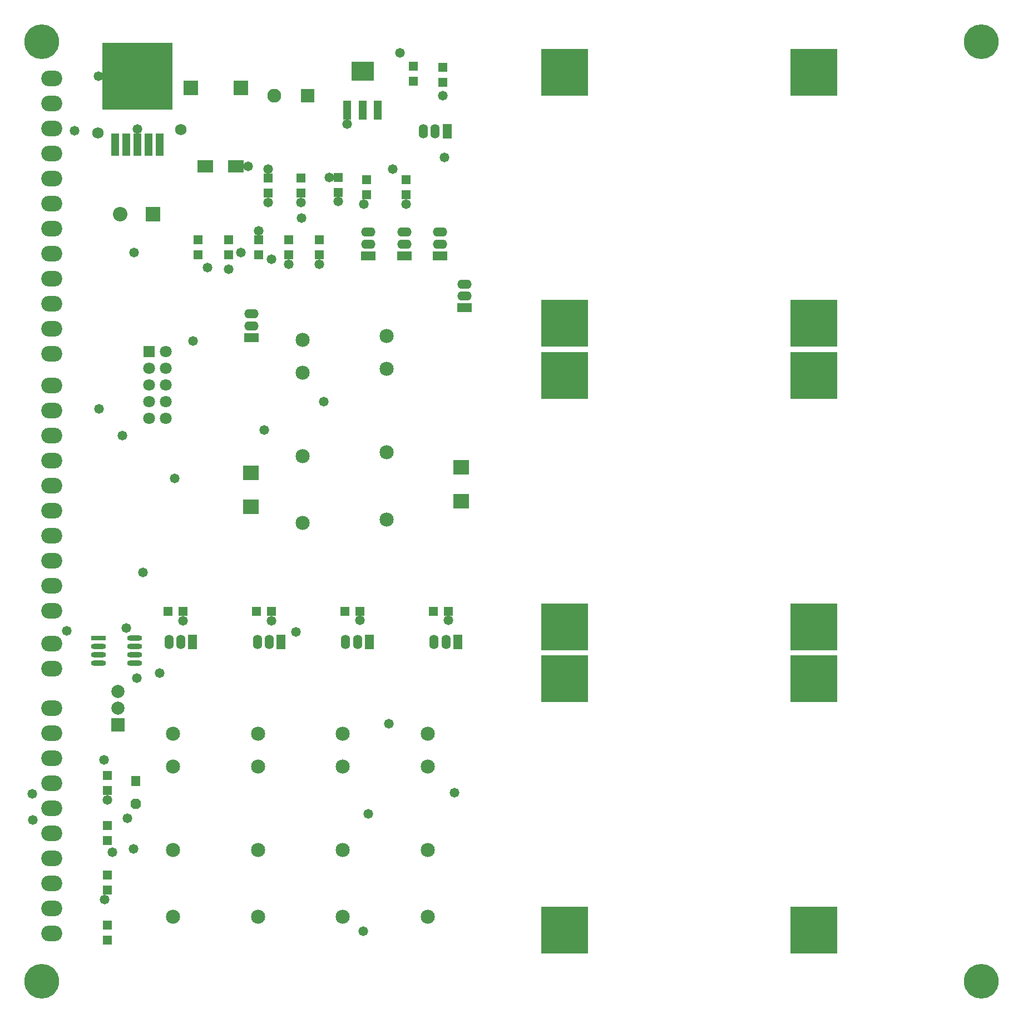
<source format=gts>
G04*
G04 #@! TF.GenerationSoftware,Altium Limited,Altium Designer,22.3.1 (43)*
G04*
G04 Layer_Color=8388736*
%FSLAX25Y25*%
%MOIN*%
G70*
G04*
G04 #@! TF.SameCoordinates,858DE3B6-85AC-4B40-B280-C04C9E7F73BC*
G04*
G04*
G04 #@! TF.FilePolarity,Negative*
G04*
G01*
G75*
%ADD33O,0.09068X0.03162*%
%ADD34R,0.09068X0.03162*%
%ADD35R,0.05800X0.05800*%
%ADD36R,0.09461X0.07690*%
%ADD37R,0.05800X0.05800*%
%ADD38R,0.04737X0.11430*%
%ADD39R,0.13792X0.11430*%
%ADD40R,0.08674X0.08674*%
%ADD41R,0.04934X0.13398*%
%ADD42R,0.41942X0.40170*%
%ADD43R,0.09623X0.08861*%
G04:AMPARAMS|DCode=44|XSize=63mil|YSize=58mil|CornerRadius=0mil|HoleSize=0mil|Usage=FLASHONLY|Rotation=270.000|XOffset=0mil|YOffset=0mil|HoleType=Round|Shape=Octagon|*
%AMOCTAGOND44*
4,1,8,-0.01450,-0.03150,0.01450,-0.03150,0.02900,-0.01700,0.02900,0.01700,0.01450,0.03150,-0.01450,0.03150,-0.02900,0.01700,-0.02900,-0.01700,-0.01450,-0.03150,0.0*
%
%ADD44OCTAGOND44*%

%ADD45R,0.05800X0.06300*%
%ADD46R,0.28359X0.28359*%
%ADD47R,0.07887X0.07887*%
%ADD48C,0.07887*%
%ADD49C,0.07099*%
%ADD50R,0.07099X0.07099*%
%ADD51O,0.05524X0.08674*%
%ADD52R,0.05524X0.08674*%
%ADD53O,0.12611X0.09461*%
%ADD54C,0.08280*%
%ADD55R,0.08280X0.08280*%
%ADD56C,0.08477*%
%ADD57R,0.08674X0.05524*%
%ADD58O,0.08674X0.05524*%
%ADD59C,0.20800*%
%ADD60C,0.08674*%
%ADD61C,0.05800*%
%ADD62C,0.06800*%
D33*
X69327Y204500D02*
D03*
X47673Y214500D02*
D03*
Y209500D02*
D03*
Y204500D02*
D03*
X69327Y219500D02*
D03*
Y214500D02*
D03*
Y209500D02*
D03*
D34*
X47673Y219500D02*
D03*
D35*
X107500Y449000D02*
D03*
Y458000D02*
D03*
X191500Y486500D02*
D03*
Y495500D02*
D03*
X254000Y561500D02*
D03*
Y552500D02*
D03*
X236500Y562000D02*
D03*
Y553000D02*
D03*
X53000Y38500D02*
D03*
Y47500D02*
D03*
X143750Y449000D02*
D03*
Y458000D02*
D03*
X180000D02*
D03*
Y449000D02*
D03*
X161875Y458000D02*
D03*
Y449000D02*
D03*
X169000Y486000D02*
D03*
Y495000D02*
D03*
X125625Y449000D02*
D03*
Y458000D02*
D03*
X53000Y77333D02*
D03*
Y68333D02*
D03*
Y107167D02*
D03*
Y98167D02*
D03*
Y137000D02*
D03*
Y128000D02*
D03*
X232000Y494000D02*
D03*
Y485000D02*
D03*
X208500Y494000D02*
D03*
Y485000D02*
D03*
X149500Y486000D02*
D03*
Y495000D02*
D03*
D36*
X111890Y502000D02*
D03*
X130000D02*
D03*
D37*
X89500Y235500D02*
D03*
X98500D02*
D03*
X142500D02*
D03*
X151500D02*
D03*
X248500D02*
D03*
X257500D02*
D03*
X195500D02*
D03*
X204500D02*
D03*
D38*
X196945Y535886D02*
D03*
X215055D02*
D03*
X206000D02*
D03*
D39*
Y559114D02*
D03*
D40*
X133000Y549000D02*
D03*
X103000D02*
D03*
X80500Y473500D02*
D03*
D41*
X57807Y515000D02*
D03*
X84579D02*
D03*
X71193D02*
D03*
X77886D02*
D03*
X64500D02*
D03*
D42*
X71193Y556000D02*
D03*
D43*
X139000Y318500D02*
D03*
Y298096D02*
D03*
X265000Y321702D02*
D03*
Y301298D02*
D03*
D44*
X70000Y120250D02*
D03*
D45*
Y133750D02*
D03*
D46*
X476500Y558500D02*
D03*
Y408000D02*
D03*
X327000Y558500D02*
D03*
Y408000D02*
D03*
X476500Y376750D02*
D03*
Y226250D02*
D03*
X327000Y376750D02*
D03*
Y226250D02*
D03*
Y44500D02*
D03*
Y195000D02*
D03*
X476500Y44500D02*
D03*
Y195000D02*
D03*
D47*
X59500Y167500D02*
D03*
D48*
Y177500D02*
D03*
Y187500D02*
D03*
D49*
X88000Y371000D02*
D03*
X78000Y351000D02*
D03*
X88000Y391000D02*
D03*
Y351000D02*
D03*
X78000Y371000D02*
D03*
X88000Y381000D02*
D03*
X78000D02*
D03*
Y361000D02*
D03*
X88000D02*
D03*
D50*
X78000Y391000D02*
D03*
D51*
X248913Y217000D02*
D03*
X256000D02*
D03*
X195942D02*
D03*
X203029D02*
D03*
X142971D02*
D03*
X150058D02*
D03*
X90000D02*
D03*
X97087D02*
D03*
X249587Y523000D02*
D03*
X242500D02*
D03*
D52*
X263087Y217000D02*
D03*
X210115D02*
D03*
X157144D02*
D03*
X104173D02*
D03*
X256673Y523000D02*
D03*
D53*
X19685Y102500D02*
D03*
Y132500D02*
D03*
Y162500D02*
D03*
Y177500D02*
D03*
Y147500D02*
D03*
Y72500D02*
D03*
Y42500D02*
D03*
Y117500D02*
D03*
Y87500D02*
D03*
Y57500D02*
D03*
Y201161D02*
D03*
Y216161D02*
D03*
Y280650D02*
D03*
Y325650D02*
D03*
Y340650D02*
D03*
Y310650D02*
D03*
Y265650D02*
D03*
Y235650D02*
D03*
Y370650D02*
D03*
Y355650D02*
D03*
Y250650D02*
D03*
Y295650D02*
D03*
Y404941D02*
D03*
Y434941D02*
D03*
Y464941D02*
D03*
Y479941D02*
D03*
Y509941D02*
D03*
Y539941D02*
D03*
Y554941D02*
D03*
Y524941D02*
D03*
Y494941D02*
D03*
Y449941D02*
D03*
Y419941D02*
D03*
Y389941D02*
D03*
D54*
X153000Y544500D02*
D03*
D55*
X173000D02*
D03*
D56*
X245000Y92500D02*
D03*
Y142500D02*
D03*
Y162185D02*
D03*
Y52342D02*
D03*
X220500Y380658D02*
D03*
X170000Y378500D02*
D03*
X194167Y142500D02*
D03*
Y52343D02*
D03*
Y92500D02*
D03*
Y162185D02*
D03*
X220500Y330658D02*
D03*
Y400343D02*
D03*
Y290500D02*
D03*
X143333Y92500D02*
D03*
Y142500D02*
D03*
Y52343D02*
D03*
Y162185D02*
D03*
X92500D02*
D03*
Y92500D02*
D03*
Y52343D02*
D03*
Y142500D02*
D03*
X170000Y328500D02*
D03*
Y398185D02*
D03*
Y288342D02*
D03*
D57*
X231000Y448500D02*
D03*
X209500D02*
D03*
X252500D02*
D03*
X267000Y417413D02*
D03*
X139500Y399500D02*
D03*
D58*
X231000Y455587D02*
D03*
Y462673D02*
D03*
X209500Y455587D02*
D03*
Y462673D02*
D03*
X252500Y455587D02*
D03*
Y462673D02*
D03*
X267000Y431587D02*
D03*
Y424500D02*
D03*
X139500Y413673D02*
D03*
Y406587D02*
D03*
D59*
X576772Y13779D02*
D03*
Y576772D02*
D03*
X13779D02*
D03*
Y13779D02*
D03*
D60*
X60815Y473500D02*
D03*
D61*
X228500Y570000D02*
D03*
X151500Y446500D02*
D03*
X65000Y111500D02*
D03*
X224000Y500500D02*
D03*
X56000Y91000D02*
D03*
X113000Y441500D02*
D03*
X28854Y223739D02*
D03*
X64500Y225500D02*
D03*
X98500Y229931D02*
D03*
X70750Y195500D02*
D03*
X8000Y126000D02*
D03*
X8500Y110500D02*
D03*
X257500Y230001D02*
D03*
X51210Y146530D02*
D03*
X151500Y229931D02*
D03*
X84500Y198316D02*
D03*
X33500Y523500D02*
D03*
X47622Y556000D02*
D03*
X255000Y507500D02*
D03*
X186000Y495500D02*
D03*
X48000Y356700D02*
D03*
X62051Y340650D02*
D03*
X169400Y471000D02*
D03*
X182900Y361000D02*
D03*
X74600Y258700D02*
D03*
X68700Y93033D02*
D03*
X69100Y450600D02*
D03*
X261000Y126900D02*
D03*
X104600Y397600D02*
D03*
X166000Y223200D02*
D03*
X209300Y114100D02*
D03*
X221800Y168100D02*
D03*
X206500Y43700D02*
D03*
X254000Y544400D02*
D03*
X51400Y62833D02*
D03*
X133100Y450525D02*
D03*
X204500Y230001D02*
D03*
X93400Y315100D02*
D03*
X147000Y344100D02*
D03*
X125625Y440300D02*
D03*
X206900Y479500D02*
D03*
X53000Y122500D02*
D03*
X161875Y443500D02*
D03*
X143750Y463500D02*
D03*
X180000Y443500D02*
D03*
X149500Y480500D02*
D03*
X169000D02*
D03*
X137331Y502000D02*
D03*
X71193Y524299D02*
D03*
X191500Y481000D02*
D03*
X232000Y479500D02*
D03*
X196945Y527571D02*
D03*
X149500Y500500D02*
D03*
D62*
X47500Y522000D02*
D03*
X97000Y524000D02*
D03*
M02*

</source>
